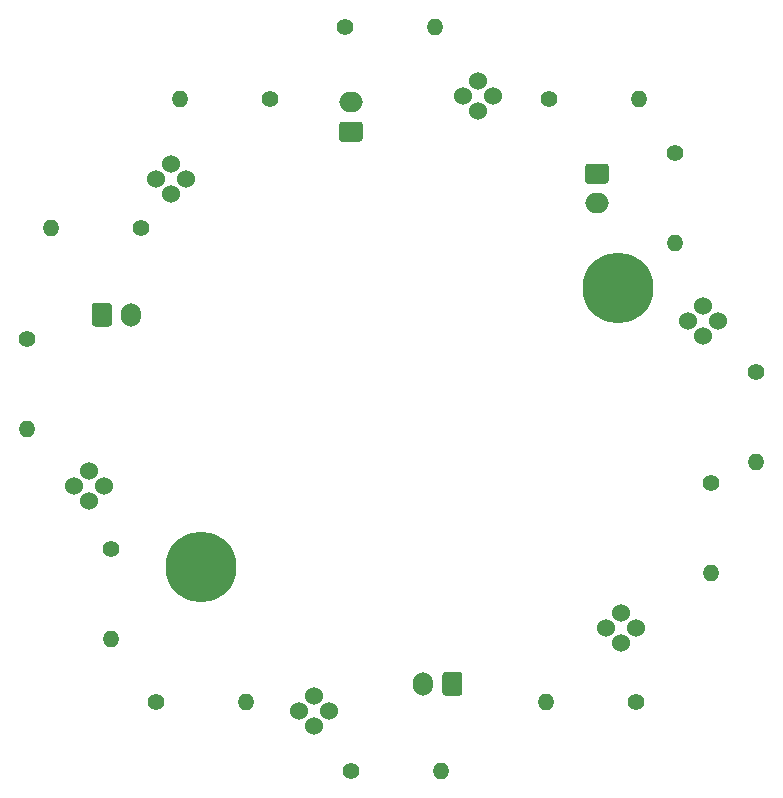
<source format=gbr>
%TF.GenerationSoftware,KiCad,Pcbnew,(5.1.10)-1*%
%TF.CreationDate,2021-12-11T16:43:53+01:00*%
%TF.ProjectId,qura_pump_pcb,71757261-5f70-4756-9d70-5f7063622e6b,rev?*%
%TF.SameCoordinates,Original*%
%TF.FileFunction,Soldermask,Bot*%
%TF.FilePolarity,Negative*%
%FSLAX46Y46*%
G04 Gerber Fmt 4.6, Leading zero omitted, Abs format (unit mm)*
G04 Created by KiCad (PCBNEW (5.1.10)-1) date 2021-12-11 16:43:53*
%MOMM*%
%LPD*%
G01*
G04 APERTURE LIST*
%ADD10C,6.000000*%
%ADD11O,2.000000X1.700000*%
%ADD12O,1.700000X2.000000*%
%ADD13O,1.400000X1.400000*%
%ADD14C,1.400000*%
%ADD15C,1.524000*%
G04 APERTURE END LIST*
D10*
%TO.C,REF\u002A\u002A*%
X177292000Y-79756000D03*
%TD*%
%TO.C,REF\u002A\u002A*%
X141986000Y-103378000D03*
%TD*%
D11*
%TO.C,CPWR*%
X154686000Y-64048000D03*
G36*
G01*
X155436000Y-67398000D02*
X153936000Y-67398000D01*
G75*
G02*
X153686000Y-67148000I0J250000D01*
G01*
X153686000Y-65948000D01*
G75*
G02*
X153936000Y-65698000I250000J0D01*
G01*
X155436000Y-65698000D01*
G75*
G02*
X155686000Y-65948000I0J-250000D01*
G01*
X155686000Y-67148000D01*
G75*
G02*
X155436000Y-67398000I-250000J0D01*
G01*
G37*
%TD*%
D12*
%TO.C,C34*%
X160782000Y-113284000D03*
G36*
G01*
X164132000Y-112534000D02*
X164132000Y-114034000D01*
G75*
G02*
X163882000Y-114284000I-250000J0D01*
G01*
X162682000Y-114284000D01*
G75*
G02*
X162432000Y-114034000I0J250000D01*
G01*
X162432000Y-112534000D01*
G75*
G02*
X162682000Y-112284000I250000J0D01*
G01*
X163882000Y-112284000D01*
G75*
G02*
X164132000Y-112534000I0J-250000D01*
G01*
G37*
%TD*%
%TO.C,C56*%
X136104000Y-82042000D03*
G36*
G01*
X132754000Y-82792000D02*
X132754000Y-81292000D01*
G75*
G02*
X133004000Y-81042000I250000J0D01*
G01*
X134204000Y-81042000D01*
G75*
G02*
X134454000Y-81292000I0J-250000D01*
G01*
X134454000Y-82792000D01*
G75*
G02*
X134204000Y-83042000I-250000J0D01*
G01*
X133004000Y-83042000D01*
G75*
G02*
X132754000Y-82792000I0J250000D01*
G01*
G37*
%TD*%
D13*
%TO.C,Rs2*%
X188976000Y-94488000D03*
D14*
X188976000Y-86868000D03*
%TD*%
D13*
%TO.C,Rs6*%
X129286000Y-74676000D03*
D14*
X136906000Y-74676000D03*
%TD*%
D13*
%TO.C,Rs5*%
X134366000Y-109474000D03*
D14*
X134366000Y-101854000D03*
%TD*%
D13*
%TO.C,Rs4*%
X162306000Y-120650000D03*
D14*
X154686000Y-120650000D03*
%TD*%
D13*
%TO.C,Rs3*%
X171196000Y-114808000D03*
D14*
X178816000Y-114808000D03*
%TD*%
D13*
%TO.C,Rs1*%
X179070000Y-63754000D03*
D14*
X171450000Y-63754000D03*
%TD*%
D13*
%TO.C,R6*%
X140208000Y-63754000D03*
D14*
X147828000Y-63754000D03*
%TD*%
D13*
%TO.C,R5*%
X127254000Y-91694000D03*
D14*
X127254000Y-84074000D03*
%TD*%
D13*
%TO.C,R4*%
X145796000Y-114808000D03*
D14*
X138176000Y-114808000D03*
%TD*%
D13*
%TO.C,R3*%
X185166000Y-103886000D03*
D14*
X185166000Y-96266000D03*
%TD*%
D13*
%TO.C,R2*%
X182118000Y-75946000D03*
D14*
X182118000Y-68326000D03*
%TD*%
D13*
%TO.C,R1*%
X161798000Y-57658000D03*
D14*
X154178000Y-57658000D03*
%TD*%
D15*
%TO.C,OPB730F6*%
X138200000Y-70510000D03*
X140740000Y-70510000D03*
X139470000Y-69240000D03*
X139470000Y-71780000D03*
%TD*%
%TO.C,OPB730F5*%
X131240000Y-96530000D03*
X133780000Y-96530000D03*
X132510000Y-95260000D03*
X132510000Y-97800000D03*
%TD*%
%TO.C,OPB730F4*%
X150280000Y-115570000D03*
X152820000Y-115570000D03*
X151550000Y-114300000D03*
X151550000Y-116840000D03*
%TD*%
%TO.C,OPB730F3*%
X176290000Y-108600000D03*
X178830000Y-108600000D03*
X177560000Y-107330000D03*
X177560000Y-109870000D03*
%TD*%
%TO.C,OPB730F2*%
X183260000Y-82590000D03*
X185800000Y-82590000D03*
X184530000Y-81320000D03*
X184530000Y-83860000D03*
%TD*%
%TO.C,OPB730F1*%
X164210000Y-63540000D03*
X166750000Y-63540000D03*
X165480000Y-62270000D03*
X165480000Y-64810000D03*
%TD*%
D11*
%TO.C,C12*%
X175514000Y-72604000D03*
G36*
G01*
X174764000Y-69254000D02*
X176264000Y-69254000D01*
G75*
G02*
X176514000Y-69504000I0J-250000D01*
G01*
X176514000Y-70704000D01*
G75*
G02*
X176264000Y-70954000I-250000J0D01*
G01*
X174764000Y-70954000D01*
G75*
G02*
X174514000Y-70704000I0J250000D01*
G01*
X174514000Y-69504000D01*
G75*
G02*
X174764000Y-69254000I250000J0D01*
G01*
G37*
%TD*%
M02*

</source>
